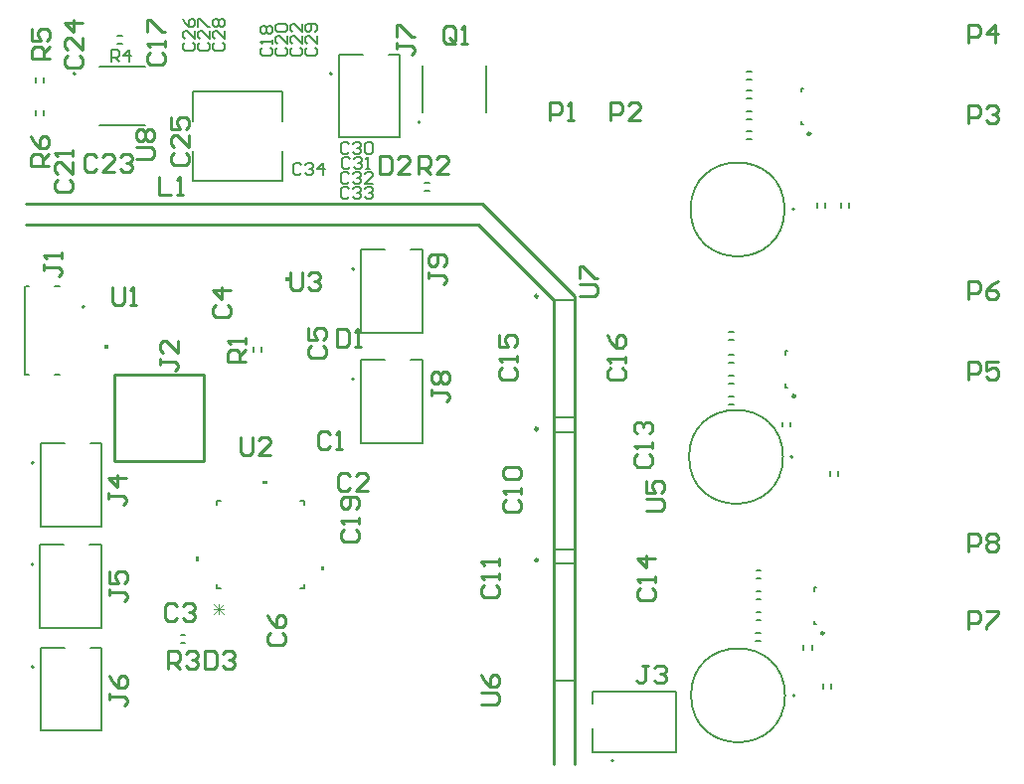
<source format=gto>
G04*
G04 #@! TF.GenerationSoftware,Altium Limited,Altium Designer,21.9.1 (22)*
G04*
G04 Layer_Color=65535*
%FSLAX42Y42*%
%MOMM*%
G71*
G04*
G04 #@! TF.SameCoordinates,B3A7D64E-7091-44AA-A069-5FD8CBDAA8E7*
G04*
G04*
G04 #@! TF.FilePolarity,Positive*
G04*
G01*
G75*
%ADD10C,0.20*%
%ADD11C,0.25*%
%ADD12C,0.13*%
%ADD13C,0.40*%
%ADD14C,0.15*%
%ADD15C,0.15*%
%ADD16C,0.25*%
%ADD17C,0.08*%
G36*
X4026Y4649D02*
Y4611D01*
X4001D01*
Y4649D01*
X4026D01*
D02*
G37*
G36*
X5067Y4569D02*
Y4531D01*
X5093D01*
Y4569D01*
X5067D01*
D02*
G37*
G36*
X4568Y5271D02*
Y5296D01*
X4606D01*
Y5271D01*
X4568D01*
D02*
G37*
D10*
X2973Y8764D02*
G03*
X2973Y8764I-10J0D01*
G01*
X3049Y6776D02*
G03*
X3049Y6776I-10J0D01*
G01*
X5908Y8352D02*
G03*
X5908Y8352I-10J0D01*
G01*
X5156Y8763D02*
G03*
X5156Y8763I-10J0D01*
G01*
X9096Y7607D02*
G03*
X9096Y7607I-10J0D01*
G01*
X9100Y3467D02*
G03*
X9100Y3467I-10J0D01*
G01*
X9083Y5499D02*
G03*
X9083Y5499I-10J0D01*
G01*
X5346Y6160D02*
G03*
X5346Y6160I-10J0D01*
G01*
Y7099D02*
G03*
X5346Y7099I-10J0D01*
G01*
X7554Y2911D02*
G03*
X7554Y2911I-10J0D01*
G01*
X2616Y5448D02*
G03*
X2616Y5448I-10J0D01*
G01*
Y3708D02*
G03*
X2616Y3708I-10J0D01*
G01*
X2614Y4584D02*
G03*
X2614Y4584I-10J0D01*
G01*
X3976Y8610D02*
X4736D01*
X3976Y7850D02*
X4736D01*
X3976Y8355D02*
Y8610D01*
X4736Y8355D02*
Y8610D01*
X3976Y7850D02*
Y8105D01*
X4736Y7850D02*
Y8105D01*
X3333Y9020D02*
X3373D01*
X3333Y9090D02*
X3373D01*
X2632Y8691D02*
Y8731D01*
X2702Y8691D02*
Y8731D01*
X2632Y8413D02*
Y8453D01*
X2702Y8413D02*
Y8453D01*
X8767Y3927D02*
X8807D01*
X8767Y3997D02*
X8807D01*
X8770Y4105D02*
X8810D01*
X8770Y4175D02*
X8810D01*
X8770Y4283D02*
X8810D01*
X8770Y4353D02*
X8810D01*
X8539Y6194D02*
X8579D01*
X8539Y6124D02*
X8579D01*
X8539Y6017D02*
X8579D01*
X8539Y5947D02*
X8579D01*
X8540Y6372D02*
X8580D01*
X8540Y6302D02*
X8580D01*
X8770Y4461D02*
X8810D01*
X8770Y4531D02*
X8810D01*
X9243Y3853D02*
Y3894D01*
X9172Y3853D02*
Y3894D01*
X9338Y3523D02*
Y3563D01*
X9408Y3523D02*
Y3563D01*
X8995Y5757D02*
Y5797D01*
X9065Y5757D02*
Y5797D01*
X9401Y5339D02*
Y5379D01*
X9471Y5339D02*
Y5379D01*
X8540Y6563D02*
X8580D01*
X8540Y6493D02*
X8580D01*
X8692Y8785D02*
X8732D01*
X8692Y8715D02*
X8732D01*
X8692Y8442D02*
X8732D01*
X8692Y8372D02*
X8732D01*
X8692Y8277D02*
X8732D01*
X8692Y8207D02*
X8732D01*
X8692Y8620D02*
X8732D01*
X8692Y8550D02*
X8732D01*
X9357Y7624D02*
Y7664D01*
X9287Y7624D02*
Y7664D01*
X9560Y7624D02*
Y7664D01*
X9490Y7624D02*
Y7664D01*
X7047Y4707D02*
X7227D01*
X7047Y5707D02*
X7227D01*
Y4707D02*
Y5707D01*
X7047Y4707D02*
Y5707D01*
X7049Y5837D02*
Y6837D01*
X7229Y5837D02*
Y6837D01*
X7049D02*
X7229D01*
X7049Y5837D02*
X7229D01*
X7049Y3589D02*
Y4589D01*
X7229Y3589D02*
Y4589D01*
X7049D02*
X7229D01*
X7049Y3589D02*
X7229D01*
X4556Y6394D02*
Y6433D01*
X4486Y6394D02*
Y6433D01*
X3867Y3985D02*
X3907D01*
X3867Y3915D02*
X3907D01*
X5949Y7763D02*
X5989D01*
X5949Y7833D02*
X5989D01*
D11*
X9233Y8251D02*
G03*
X9233Y8251I-12J0D01*
G01*
X9101Y6016D02*
G03*
X9101Y6016I-12J0D01*
G01*
X9347Y3997D02*
G03*
X9347Y3997I-12J0D01*
G01*
X6910Y5737D02*
G03*
X6910Y5737I-12J0D01*
G01*
X6911Y6867D02*
G03*
X6911Y6867I-12J0D01*
G01*
Y4619D02*
G03*
X6911Y4619I-12J0D01*
G01*
D12*
X9011Y7607D02*
G03*
X9011Y7607I-400J0D01*
G01*
X9015Y3467D02*
G03*
X9015Y3467I-400J0D01*
G01*
X8998Y5499D02*
G03*
X8998Y5499I-400J0D01*
G01*
X3175Y8826D02*
X3565D01*
X3175Y8321D02*
X3565D01*
X2544Y6196D02*
Y6956D01*
X2799D02*
X2839D01*
X2799Y6196D02*
X2839D01*
X2549Y6956D02*
X2579D01*
X2549Y6196D02*
X2579D01*
X6470Y8434D02*
Y8829D01*
X5926Y8434D02*
Y8829D01*
X5214Y8928D02*
X5417D01*
X5637D02*
X5734D01*
Y8221D02*
Y8928D01*
X5214Y8221D02*
X5734D01*
X5214D02*
Y8928D01*
X5404Y6324D02*
X5607D01*
X5827D02*
X5924D01*
Y5617D02*
Y6324D01*
X5404Y5617D02*
X5924D01*
X5404D02*
Y6324D01*
Y6557D02*
Y7264D01*
Y6557D02*
X5924D01*
Y7264D01*
X5827D02*
X5924D01*
X5404D02*
X5607D01*
X7379Y2978D02*
Y3182D01*
Y3401D02*
Y3499D01*
X8086D01*
Y2978D02*
Y3499D01*
X7379Y2978D02*
X8086D01*
X2674Y5613D02*
X2877D01*
X3097D02*
X3194D01*
Y4906D02*
Y5613D01*
X2674Y4906D02*
X3194D01*
X2674D02*
Y5613D01*
Y3166D02*
Y3873D01*
Y3166D02*
X3194D01*
Y3873D01*
X3097D02*
X3194D01*
X2674D02*
X2877D01*
X2672Y4042D02*
Y4749D01*
Y4042D02*
X3192D01*
Y4749D01*
X3094D02*
X3192D01*
X2672D02*
X2875D01*
D13*
X4780Y7010D02*
D03*
X3240Y6439D02*
D03*
D14*
X9153Y8329D02*
Y8359D01*
Y8609D02*
Y8639D01*
X9171D01*
X9153Y8329D02*
X9171D01*
X9021Y6093D02*
X9038D01*
X9021Y6403D02*
X9038D01*
X9021Y6373D02*
Y6403D01*
Y6093D02*
Y6123D01*
X9267Y4074D02*
Y4104D01*
Y4354D02*
Y4384D01*
X9285D01*
X9267Y4074D02*
X9285D01*
D15*
X4174Y5122D02*
X4208D01*
X4919Y5088D02*
Y5122D01*
X4885Y4378D02*
X4919D01*
X4174D02*
X4208D01*
X4174Y5088D02*
Y5122D01*
X4885D02*
X4919D01*
Y4378D02*
Y4411D01*
X4174Y4378D02*
Y4411D01*
X4898Y7984D02*
X4881Y8001D01*
X4847D01*
X4830Y7984D01*
Y7916D01*
X4847Y7899D01*
X4881D01*
X4898Y7916D01*
X4932Y7984D02*
X4949Y8001D01*
X4983D01*
X5000Y7984D01*
Y7967D01*
X4983Y7950D01*
X4966D01*
X4983D01*
X5000Y7933D01*
Y7916D01*
X4983Y7899D01*
X4949D01*
X4932Y7916D01*
X5084Y7899D02*
Y8001D01*
X5033Y7950D01*
X5101D01*
X5304Y7781D02*
X5287Y7798D01*
X5254D01*
X5237Y7781D01*
Y7713D01*
X5254Y7696D01*
X5287D01*
X5304Y7713D01*
X5338Y7781D02*
X5355Y7798D01*
X5389D01*
X5406Y7781D01*
Y7764D01*
X5389Y7747D01*
X5372D01*
X5389D01*
X5406Y7730D01*
Y7713D01*
X5389Y7696D01*
X5355D01*
X5338Y7713D01*
X5440Y7781D02*
X5457Y7798D01*
X5491D01*
X5508Y7781D01*
Y7764D01*
X5491Y7747D01*
X5474D01*
X5491D01*
X5508Y7730D01*
Y7713D01*
X5491Y7696D01*
X5457D01*
X5440Y7713D01*
X5304Y7908D02*
X5287Y7925D01*
X5254D01*
X5237Y7908D01*
Y7840D01*
X5254Y7823D01*
X5287D01*
X5304Y7840D01*
X5338Y7908D02*
X5355Y7925D01*
X5389D01*
X5406Y7908D01*
Y7891D01*
X5389Y7874D01*
X5372D01*
X5389D01*
X5406Y7857D01*
Y7840D01*
X5389Y7823D01*
X5355D01*
X5338Y7840D01*
X5508Y7823D02*
X5440D01*
X5508Y7891D01*
Y7908D01*
X5491Y7925D01*
X5457D01*
X5440Y7908D01*
X5309Y8035D02*
X5292Y8052D01*
X5258D01*
X5241Y8035D01*
Y7967D01*
X5258Y7950D01*
X5292D01*
X5309Y7967D01*
X5342Y8035D02*
X5359Y8052D01*
X5393D01*
X5410Y8035D01*
Y8018D01*
X5393Y8001D01*
X5376D01*
X5393D01*
X5410Y7984D01*
Y7967D01*
X5393Y7950D01*
X5359D01*
X5342Y7967D01*
X5444Y7950D02*
X5478D01*
X5461D01*
Y8052D01*
X5444Y8035D01*
X5304Y8162D02*
X5287Y8179D01*
X5254D01*
X5237Y8162D01*
Y8094D01*
X5254Y8077D01*
X5287D01*
X5304Y8094D01*
X5338Y8162D02*
X5355Y8179D01*
X5389D01*
X5406Y8162D01*
Y8145D01*
X5389Y8128D01*
X5372D01*
X5389D01*
X5406Y8111D01*
Y8094D01*
X5389Y8077D01*
X5355D01*
X5338Y8094D01*
X5440Y8162D02*
X5457Y8179D01*
X5491D01*
X5508Y8162D01*
Y8094D01*
X5491Y8077D01*
X5457D01*
X5440Y8094D01*
Y8162D01*
X4945Y8987D02*
X4928Y8970D01*
Y8937D01*
X4945Y8920D01*
X5012D01*
X5029Y8937D01*
Y8970D01*
X5012Y8987D01*
X5029Y9089D02*
Y9021D01*
X4961Y9089D01*
X4945D01*
X4928Y9072D01*
Y9038D01*
X4945Y9021D01*
X5012Y9123D02*
X5029Y9140D01*
Y9174D01*
X5012Y9191D01*
X4945D01*
X4928Y9174D01*
Y9140D01*
X4945Y9123D01*
X4961D01*
X4978Y9140D01*
Y9191D01*
X4564Y8983D02*
X4547Y8966D01*
Y8932D01*
X4564Y8915D01*
X4631D01*
X4648Y8932D01*
Y8966D01*
X4631Y8983D01*
X4648Y9017D02*
Y9051D01*
Y9034D01*
X4547D01*
X4564Y9017D01*
Y9102D02*
X4547Y9119D01*
Y9152D01*
X4564Y9169D01*
X4580D01*
X4597Y9152D01*
X4614Y9169D01*
X4631D01*
X4648Y9152D01*
Y9119D01*
X4631Y9102D01*
X4614D01*
X4597Y9119D01*
X4580Y9102D01*
X4564D01*
X4597Y9119D02*
Y9152D01*
X4818Y8987D02*
X4801Y8970D01*
Y8937D01*
X4818Y8920D01*
X4885D01*
X4902Y8937D01*
Y8970D01*
X4885Y8987D01*
X4902Y9089D02*
Y9021D01*
X4834Y9089D01*
X4818D01*
X4801Y9072D01*
Y9038D01*
X4818Y9021D01*
X4902Y9191D02*
Y9123D01*
X4834Y9191D01*
X4818D01*
X4801Y9174D01*
Y9140D01*
X4818Y9123D01*
X4157Y9025D02*
X4140Y9009D01*
Y8975D01*
X4157Y8958D01*
X4225D01*
X4242Y8975D01*
Y9009D01*
X4225Y9025D01*
X4242Y9127D02*
Y9059D01*
X4174Y9127D01*
X4157D01*
X4140Y9110D01*
Y9076D01*
X4157Y9059D01*
Y9161D02*
X4140Y9178D01*
Y9212D01*
X4157Y9229D01*
X4174D01*
X4191Y9212D01*
X4208Y9229D01*
X4225D01*
X4242Y9212D01*
Y9178D01*
X4225Y9161D01*
X4208D01*
X4191Y9178D01*
X4174Y9161D01*
X4157D01*
X4191Y9178D02*
Y9212D01*
X4030Y9025D02*
X4013Y9009D01*
Y8975D01*
X4030Y8958D01*
X4098D01*
X4115Y8975D01*
Y9009D01*
X4098Y9025D01*
X4115Y9127D02*
Y9059D01*
X4047Y9127D01*
X4030D01*
X4013Y9110D01*
Y9076D01*
X4030Y9059D01*
X4013Y9161D02*
Y9229D01*
X4030D01*
X4098Y9161D01*
X4115D01*
X3903Y9025D02*
X3886Y9009D01*
Y8975D01*
X3903Y8958D01*
X3971D01*
X3988Y8975D01*
Y9009D01*
X3971Y9025D01*
X3988Y9127D02*
Y9059D01*
X3920Y9127D01*
X3903D01*
X3886Y9110D01*
Y9076D01*
X3903Y9059D01*
X3886Y9229D02*
X3903Y9195D01*
X3937Y9161D01*
X3971D01*
X3988Y9178D01*
Y9212D01*
X3971Y9229D01*
X3954D01*
X3937Y9212D01*
Y9161D01*
X3281Y8865D02*
Y8966D01*
X3332D01*
X3349Y8949D01*
Y8915D01*
X3332Y8898D01*
X3281D01*
X3315D02*
X3349Y8865D01*
X3433D02*
Y8966D01*
X3382Y8915D01*
X3450D01*
X4691Y8987D02*
X4674Y8970D01*
Y8937D01*
X4691Y8920D01*
X4758D01*
X4775Y8937D01*
Y8970D01*
X4758Y8987D01*
X4775Y9089D02*
Y9021D01*
X4707Y9089D01*
X4691D01*
X4674Y9072D01*
Y9038D01*
X4691Y9021D01*
Y9123D02*
X4674Y9140D01*
Y9174D01*
X4691Y9191D01*
X4758D01*
X4775Y9174D01*
Y9140D01*
X4758Y9123D01*
X4691D01*
D16*
X3302Y6198D02*
X4064D01*
X3302Y5461D02*
Y6198D01*
Y5461D02*
X4064D01*
Y6198D01*
X2553Y7658D02*
X6439Y7658D01*
X7049Y6833D02*
X7049Y2883D01*
X6439Y7658D02*
X7226Y6871D01*
X7226Y2883D01*
X2553Y7480D02*
X6401Y7480D01*
X7049Y6833D01*
X3493Y8039D02*
X3619D01*
X3645Y8065D01*
Y8115D01*
X3619Y8141D01*
X3493D01*
X3518Y8191D02*
X3493Y8217D01*
Y8268D01*
X3518Y8293D01*
X3543D01*
X3569Y8268D01*
X3594Y8293D01*
X3619D01*
X3645Y8268D01*
Y8217D01*
X3619Y8191D01*
X3594D01*
X3569Y8217D01*
X3543Y8191D01*
X3518D01*
X3569Y8217D02*
Y8268D01*
X2743Y7976D02*
X2591D01*
Y8052D01*
X2616Y8077D01*
X2667D01*
X2692Y8052D01*
Y7976D01*
Y8026D02*
X2743Y8077D01*
X2591Y8230D02*
X2616Y8179D01*
X2667Y8128D01*
X2718D01*
X2743Y8153D01*
Y8204D01*
X2718Y8230D01*
X2692D01*
X2667Y8204D01*
Y8128D01*
X2756Y8890D02*
X2604D01*
Y8966D01*
X2629Y8992D01*
X2680D01*
X2705Y8966D01*
Y8890D01*
Y8941D02*
X2756Y8992D01*
X2604Y9144D02*
Y9042D01*
X2680D01*
X2654Y9093D01*
Y9119D01*
X2680Y9144D01*
X2730D01*
X2756Y9119D01*
Y9068D01*
X2730Y9042D01*
X3683Y7887D02*
Y7734D01*
X3785D01*
X3835D02*
X3886D01*
X3861D01*
Y7887D01*
X3835Y7861D01*
X3810Y8090D02*
X3785Y8065D01*
Y8014D01*
X3810Y7988D01*
X3912D01*
X3937Y8014D01*
Y8065D01*
X3912Y8090D01*
X3937Y8242D02*
Y8141D01*
X3835Y8242D01*
X3810D01*
X3785Y8217D01*
Y8166D01*
X3810Y8141D01*
X3785Y8395D02*
Y8293D01*
X3861D01*
X3835Y8344D01*
Y8369D01*
X3861Y8395D01*
X3912D01*
X3937Y8369D01*
Y8318D01*
X3912Y8293D01*
X2908Y8915D02*
X2883Y8890D01*
Y8839D01*
X2908Y8814D01*
X3010D01*
X3035Y8839D01*
Y8890D01*
X3010Y8915D01*
X3035Y9068D02*
Y8966D01*
X2934Y9068D01*
X2908D01*
X2883Y9042D01*
Y8992D01*
X2908Y8966D01*
X3035Y9195D02*
X2883D01*
X2959Y9119D01*
Y9220D01*
X3150Y8052D02*
X3124Y8077D01*
X3073D01*
X3048Y8052D01*
Y7950D01*
X3073Y7925D01*
X3124D01*
X3150Y7950D01*
X3302Y7925D02*
X3200D01*
X3302Y8026D01*
Y8052D01*
X3277Y8077D01*
X3226D01*
X3200Y8052D01*
X3353D02*
X3378Y8077D01*
X3429D01*
X3454Y8052D01*
Y8026D01*
X3429Y8001D01*
X3404D01*
X3429D01*
X3454Y7976D01*
Y7950D01*
X3429Y7925D01*
X3378D01*
X3353Y7950D01*
X2819Y7861D02*
X2794Y7836D01*
Y7785D01*
X2819Y7760D01*
X2921D01*
X2946Y7785D01*
Y7836D01*
X2921Y7861D01*
X2946Y8014D02*
Y7912D01*
X2845Y8014D01*
X2819D01*
X2794Y7988D01*
Y7938D01*
X2819Y7912D01*
X2946Y8064D02*
Y8115D01*
Y8090D01*
X2794D01*
X2819Y8064D01*
X4382Y5664D02*
Y5537D01*
X4407Y5512D01*
X4458D01*
X4483Y5537D01*
Y5664D01*
X4635Y5512D02*
X4534D01*
X4635Y5613D01*
Y5639D01*
X4610Y5664D01*
X4559D01*
X4534Y5639D01*
X5982Y7074D02*
Y7023D01*
Y7049D01*
X6109D01*
X6134Y7023D01*
Y6998D01*
X6109Y6972D01*
Y7125D02*
X6134Y7150D01*
Y7201D01*
X6109Y7226D01*
X6007D01*
X5982Y7201D01*
Y7150D01*
X6007Y7125D01*
X6033D01*
X6058Y7150D01*
Y7226D01*
X3835Y4229D02*
X3810Y4254D01*
X3759D01*
X3734Y4229D01*
Y4128D01*
X3759Y4102D01*
X3810D01*
X3835Y4128D01*
X3886Y4229D02*
X3912Y4254D01*
X3962D01*
X3988Y4229D01*
Y4204D01*
X3962Y4178D01*
X3937D01*
X3962D01*
X3988Y4153D01*
Y4128D01*
X3962Y4102D01*
X3912D01*
X3886Y4128D01*
X6007Y6071D02*
Y6020D01*
Y6045D01*
X6134D01*
X6159Y6020D01*
Y5994D01*
X6134Y5969D01*
X6033Y6121D02*
X6007Y6147D01*
Y6198D01*
X6033Y6223D01*
X6058D01*
X6083Y6198D01*
X6109Y6223D01*
X6134D01*
X6159Y6198D01*
Y6147D01*
X6134Y6121D01*
X6109D01*
X6083Y6147D01*
X6058Y6121D01*
X6033D01*
X6083Y6147D02*
Y6198D01*
X5258Y4877D02*
X5232Y4851D01*
Y4801D01*
X5258Y4775D01*
X5359D01*
X5385Y4801D01*
Y4851D01*
X5359Y4877D01*
X5385Y4928D02*
Y4978D01*
Y4953D01*
X5232D01*
X5258Y4928D01*
X5359Y5055D02*
X5385Y5080D01*
Y5131D01*
X5359Y5156D01*
X5258D01*
X5232Y5131D01*
Y5080D01*
X5258Y5055D01*
X5283D01*
X5309Y5080D01*
Y5156D01*
X6210Y9042D02*
Y9144D01*
X6185Y9169D01*
X6134D01*
X6109Y9144D01*
Y9042D01*
X6134Y9017D01*
X6185D01*
X6160Y9068D02*
X6210Y9017D01*
X6185D02*
X6210Y9042D01*
X6261Y9017D02*
X6312D01*
X6286D01*
Y9169D01*
X6261Y9144D01*
X3607Y8941D02*
X3581Y8915D01*
Y8865D01*
X3607Y8839D01*
X3708D01*
X3734Y8865D01*
Y8915D01*
X3708Y8941D01*
X3734Y8992D02*
Y9042D01*
Y9017D01*
X3581D01*
X3607Y8992D01*
X3581Y9119D02*
Y9220D01*
X3607D01*
X3708Y9119D01*
X3734D01*
X7531Y6255D02*
X7506Y6229D01*
Y6178D01*
X7531Y6153D01*
X7633D01*
X7658Y6178D01*
Y6229D01*
X7633Y6255D01*
X7658Y6305D02*
Y6356D01*
Y6331D01*
X7506D01*
X7531Y6305D01*
X7506Y6534D02*
X7531Y6483D01*
X7582Y6432D01*
X7633D01*
X7658Y6458D01*
Y6509D01*
X7633Y6534D01*
X7607D01*
X7582Y6509D01*
Y6432D01*
X10574Y4696D02*
Y4849D01*
X10650D01*
X10676Y4823D01*
Y4773D01*
X10650Y4747D01*
X10574D01*
X10726Y4823D02*
X10752Y4849D01*
X10803D01*
X10828Y4823D01*
Y4798D01*
X10803Y4773D01*
X10828Y4747D01*
Y4722D01*
X10803Y4696D01*
X10752D01*
X10726Y4722D01*
Y4747D01*
X10752Y4773D01*
X10726Y4798D01*
Y4823D01*
X10752Y4773D02*
X10803D01*
X10574Y4036D02*
Y4188D01*
X10650D01*
X10676Y4163D01*
Y4112D01*
X10650Y4087D01*
X10574D01*
X10726Y4188D02*
X10828D01*
Y4163D01*
X10726Y4061D01*
Y4036D01*
X10574Y6843D02*
Y6995D01*
X10650D01*
X10676Y6970D01*
Y6919D01*
X10650Y6894D01*
X10574D01*
X10828Y6995D02*
X10777Y6970D01*
X10726Y6919D01*
Y6868D01*
X10752Y6843D01*
X10803D01*
X10828Y6868D01*
Y6894D01*
X10803Y6919D01*
X10726D01*
X10574Y6157D02*
Y6309D01*
X10650D01*
X10676Y6284D01*
Y6233D01*
X10650Y6208D01*
X10574D01*
X10828Y6309D02*
X10726D01*
Y6233D01*
X10777Y6259D01*
X10803D01*
X10828Y6233D01*
Y6182D01*
X10803Y6157D01*
X10752D01*
X10726Y6182D01*
X10574Y9027D02*
Y9180D01*
X10650D01*
X10676Y9154D01*
Y9103D01*
X10650Y9078D01*
X10574D01*
X10803Y9027D02*
Y9180D01*
X10726Y9103D01*
X10828D01*
X10574Y8341D02*
Y8494D01*
X10650D01*
X10676Y8468D01*
Y8418D01*
X10650Y8392D01*
X10574D01*
X10726Y8468D02*
X10752Y8494D01*
X10803D01*
X10828Y8468D01*
Y8443D01*
X10803Y8418D01*
X10777D01*
X10803D01*
X10828Y8392D01*
Y8367D01*
X10803Y8341D01*
X10752D01*
X10726Y8367D01*
X7531Y8369D02*
Y8522D01*
X7607D01*
X7633Y8496D01*
Y8446D01*
X7607Y8420D01*
X7531D01*
X7785Y8369D02*
X7683D01*
X7785Y8471D01*
Y8496D01*
X7760Y8522D01*
X7709D01*
X7683Y8496D01*
X7010Y8369D02*
Y8522D01*
X7087D01*
X7112Y8496D01*
Y8446D01*
X7087Y8420D01*
X7010D01*
X7163Y8369D02*
X7214D01*
X7188D01*
Y8522D01*
X7163Y8496D01*
X7264Y6871D02*
X7391D01*
X7417Y6896D01*
Y6947D01*
X7391Y6972D01*
X7264D01*
Y7023D02*
Y7125D01*
X7290D01*
X7391Y7023D01*
X7417D01*
X6426Y3391D02*
X6553D01*
X6579Y3416D01*
Y3467D01*
X6553Y3493D01*
X6426D01*
Y3645D02*
X6452Y3594D01*
X6502Y3543D01*
X6553D01*
X6579Y3569D01*
Y3619D01*
X6553Y3645D01*
X6528D01*
X6502Y3619D01*
Y3543D01*
X7830Y5042D02*
X7957D01*
X7982Y5067D01*
Y5118D01*
X7957Y5144D01*
X7830D01*
Y5296D02*
Y5194D01*
X7906D01*
X7881Y5245D01*
Y5270D01*
X7906Y5296D01*
X7957D01*
X7982Y5270D01*
Y5220D01*
X7957Y5194D01*
X4801Y7074D02*
Y6947D01*
X4826Y6922D01*
X4877D01*
X4902Y6947D01*
Y7074D01*
X4953Y7048D02*
X4978Y7074D01*
X5029D01*
X5055Y7048D01*
Y7023D01*
X5029Y6998D01*
X5004D01*
X5029D01*
X5055Y6972D01*
Y6947D01*
X5029Y6922D01*
X4978D01*
X4953Y6947D01*
X3289Y6947D02*
Y6820D01*
X3315Y6795D01*
X3366D01*
X3391Y6820D01*
Y6947D01*
X3442Y6795D02*
X3492D01*
X3467D01*
Y6947D01*
X3442Y6921D01*
X3759Y3696D02*
Y3848D01*
X3835D01*
X3861Y3823D01*
Y3772D01*
X3835Y3747D01*
X3759D01*
X3810D02*
X3861Y3696D01*
X3912Y3823D02*
X3937Y3848D01*
X3988D01*
X4013Y3823D01*
Y3797D01*
X3988Y3772D01*
X3962D01*
X3988D01*
X4013Y3747D01*
Y3721D01*
X3988Y3696D01*
X3937D01*
X3912Y3721D01*
X5893Y7912D02*
Y8064D01*
X5969D01*
X5994Y8039D01*
Y7988D01*
X5969Y7963D01*
X5893D01*
X5944D02*
X5994Y7912D01*
X6147D02*
X6045D01*
X6147Y8014D01*
Y8039D01*
X6121Y8064D01*
X6071D01*
X6045Y8039D01*
X4420Y6312D02*
X4267D01*
Y6388D01*
X4293Y6414D01*
X4343D01*
X4369Y6388D01*
Y6312D01*
Y6363D02*
X4420Y6414D01*
Y6464D02*
Y6515D01*
Y6490D01*
X4267D01*
X4293Y6464D01*
X5705Y9030D02*
Y8979D01*
Y9005D01*
X5831D01*
X5857Y8979D01*
Y8954D01*
X5831Y8928D01*
X5705Y9081D02*
Y9182D01*
X5730D01*
X5831Y9081D01*
X5857D01*
X3264Y3480D02*
Y3429D01*
Y3454D01*
X3391D01*
X3416Y3429D01*
Y3404D01*
X3391Y3378D01*
X3264Y3632D02*
X3289Y3581D01*
X3340Y3531D01*
X3391D01*
X3416Y3556D01*
Y3607D01*
X3391Y3632D01*
X3365D01*
X3340Y3607D01*
Y3531D01*
X3264Y4369D02*
Y4318D01*
Y4343D01*
X3391D01*
X3416Y4318D01*
Y4293D01*
X3391Y4267D01*
X3264Y4521D02*
Y4420D01*
X3340D01*
X3315Y4470D01*
Y4496D01*
X3340Y4521D01*
X3391D01*
X3416Y4496D01*
Y4445D01*
X3391Y4420D01*
X3251Y5194D02*
Y5144D01*
Y5169D01*
X3378D01*
X3404Y5144D01*
Y5118D01*
X3378Y5093D01*
X3404Y5321D02*
X3251D01*
X3327Y5245D01*
Y5347D01*
X7848Y3723D02*
X7798D01*
X7823D01*
Y3596D01*
X7798Y3571D01*
X7772D01*
X7747Y3596D01*
X7899Y3698D02*
X7924Y3723D01*
X7975D01*
X8001Y3698D01*
Y3672D01*
X7975Y3647D01*
X7950D01*
X7975D01*
X8001Y3622D01*
Y3596D01*
X7975Y3571D01*
X7924D01*
X7899Y3596D01*
X3696Y6337D02*
Y6287D01*
Y6312D01*
X3823D01*
X3848Y6287D01*
Y6261D01*
X3823Y6236D01*
X3848Y6490D02*
Y6388D01*
X3747Y6490D01*
X3721D01*
X3696Y6464D01*
Y6413D01*
X3721Y6388D01*
X2705Y7137D02*
Y7087D01*
Y7112D01*
X2832D01*
X2857Y7087D01*
Y7061D01*
X2832Y7036D01*
X2857Y7188D02*
Y7239D01*
Y7214D01*
X2705D01*
X2731Y7188D01*
X4077Y3848D02*
Y3696D01*
X4153D01*
X4178Y3721D01*
Y3823D01*
X4153Y3848D01*
X4077D01*
X4229Y3823D02*
X4254Y3848D01*
X4305D01*
X4331Y3823D01*
Y3797D01*
X4305Y3772D01*
X4280D01*
X4305D01*
X4331Y3747D01*
Y3721D01*
X4305Y3696D01*
X4254D01*
X4229Y3721D01*
X5563Y8064D02*
Y7912D01*
X5639D01*
X5664Y7938D01*
Y8039D01*
X5639Y8064D01*
X5563D01*
X5817Y7912D02*
X5715D01*
X5817Y8014D01*
Y8039D01*
X5791Y8064D01*
X5740D01*
X5715Y8039D01*
X5197Y6591D02*
Y6439D01*
X5273D01*
X5299Y6464D01*
Y6566D01*
X5273Y6591D01*
X5197D01*
X5349Y6439D02*
X5400D01*
X5375D01*
Y6591D01*
X5349Y6566D01*
X6604Y6261D02*
X6579Y6236D01*
Y6185D01*
X6604Y6160D01*
X6706D01*
X6731Y6185D01*
Y6236D01*
X6706Y6261D01*
X6731Y6312D02*
Y6363D01*
Y6337D01*
X6579D01*
X6604Y6312D01*
X6579Y6540D02*
Y6439D01*
X6655D01*
X6629Y6490D01*
Y6515D01*
X6655Y6540D01*
X6706D01*
X6731Y6515D01*
Y6464D01*
X6706Y6439D01*
X7785Y4382D02*
X7760Y4356D01*
Y4305D01*
X7785Y4280D01*
X7887D01*
X7912Y4305D01*
Y4356D01*
X7887Y4382D01*
X7912Y4432D02*
Y4483D01*
Y4458D01*
X7760D01*
X7785Y4432D01*
X7912Y4635D02*
X7760D01*
X7836Y4559D01*
Y4661D01*
X7760Y5518D02*
X7734Y5493D01*
Y5442D01*
X7760Y5416D01*
X7861D01*
X7887Y5442D01*
Y5493D01*
X7861Y5518D01*
X7887Y5569D02*
Y5620D01*
Y5594D01*
X7734D01*
X7760Y5569D01*
Y5696D02*
X7734Y5721D01*
Y5772D01*
X7760Y5797D01*
X7785D01*
X7810Y5772D01*
Y5747D01*
Y5772D01*
X7836Y5797D01*
X7861D01*
X7887Y5772D01*
Y5721D01*
X7861Y5696D01*
X6452Y4401D02*
X6426Y4375D01*
Y4325D01*
X6452Y4299D01*
X6553D01*
X6579Y4325D01*
Y4375D01*
X6553Y4401D01*
X6579Y4452D02*
Y4502D01*
Y4477D01*
X6426D01*
X6452Y4452D01*
X6579Y4578D02*
Y4629D01*
Y4604D01*
X6426D01*
X6452Y4578D01*
X6636Y5131D02*
X6610Y5105D01*
Y5055D01*
X6636Y5029D01*
X6737D01*
X6763Y5055D01*
Y5105D01*
X6737Y5131D01*
X6763Y5181D02*
Y5232D01*
Y5207D01*
X6610D01*
X6636Y5181D01*
Y5308D02*
X6610Y5334D01*
Y5385D01*
X6636Y5410D01*
X6737D01*
X6763Y5385D01*
Y5334D01*
X6737Y5308D01*
X6636D01*
X4636Y4001D02*
X4610Y3975D01*
Y3924D01*
X4636Y3899D01*
X4737D01*
X4762Y3924D01*
Y3975D01*
X4737Y4001D01*
X4610Y4153D02*
X4636Y4102D01*
X4686Y4051D01*
X4737D01*
X4762Y4077D01*
Y4127D01*
X4737Y4153D01*
X4712D01*
X4686Y4127D01*
Y4051D01*
X4978Y6445D02*
X4953Y6420D01*
Y6369D01*
X4978Y6344D01*
X5080D01*
X5105Y6369D01*
Y6420D01*
X5080Y6445D01*
X4953Y6597D02*
Y6496D01*
X5029D01*
X5004Y6547D01*
Y6572D01*
X5029Y6597D01*
X5080D01*
X5105Y6572D01*
Y6521D01*
X5080Y6496D01*
X4166Y6790D02*
X4140Y6764D01*
Y6714D01*
X4166Y6688D01*
X4267D01*
X4293Y6714D01*
Y6764D01*
X4267Y6790D01*
X4293Y6917D02*
X4140D01*
X4216Y6841D01*
Y6942D01*
X5309Y5334D02*
X5283Y5359D01*
X5232D01*
X5207Y5334D01*
Y5232D01*
X5232Y5207D01*
X5283D01*
X5309Y5232D01*
X5461Y5207D02*
X5359D01*
X5461Y5309D01*
Y5334D01*
X5436Y5359D01*
X5385D01*
X5359Y5334D01*
X5137Y5690D02*
X5112Y5715D01*
X5061D01*
X5036Y5690D01*
Y5588D01*
X5061Y5563D01*
X5112D01*
X5137Y5588D01*
X5188Y5563D02*
X5239D01*
X5213D01*
Y5715D01*
X5188Y5690D01*
D17*
X4146Y4159D02*
X4231Y4244D01*
Y4159D02*
X4146Y4244D01*
X4189Y4159D02*
Y4244D01*
X4231Y4202D02*
X4146D01*
M02*

</source>
